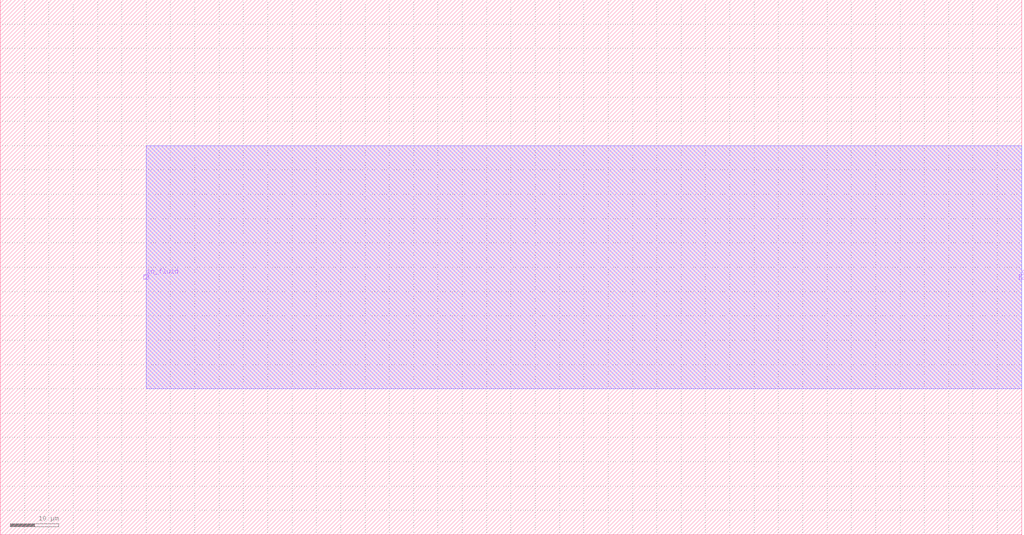
<source format=lef>

MACRO inline_res_100nl
  CLASS CORE ;
  ORIGIN  0 0 ;
  FOREIGN inline_res_100nl 0 0 ;
  SIZE 210 BY 110 ;
  SYMMETRY X Y ;
  SITE CoreSite ;
  PIN in_fluid
    DIRECTION INPUT ;
    USE SIGNAL ;
    PORT
      LAYER met1 ;
        RECT 29.5 52.5 30.5 53.5 ;
    END
  END in_fluid
  PIN out_fluid
    DIRECTION INPUT ;
    USE SIGNAL ;
    PORT
      LAYER met1 ;
        RECT 209.5 52.5 210.5 53.5 ;
    END
  END out_fluid
  OBS
    LAYER met1 ;
      RECT 30 30 210 80 ;
    LAYER met2 ;
      RECT 30 30 210 80 ;
  END
  PROPERTY CatenaDesignType "deviceLevel" ;
END inline_res_100nl

</source>
